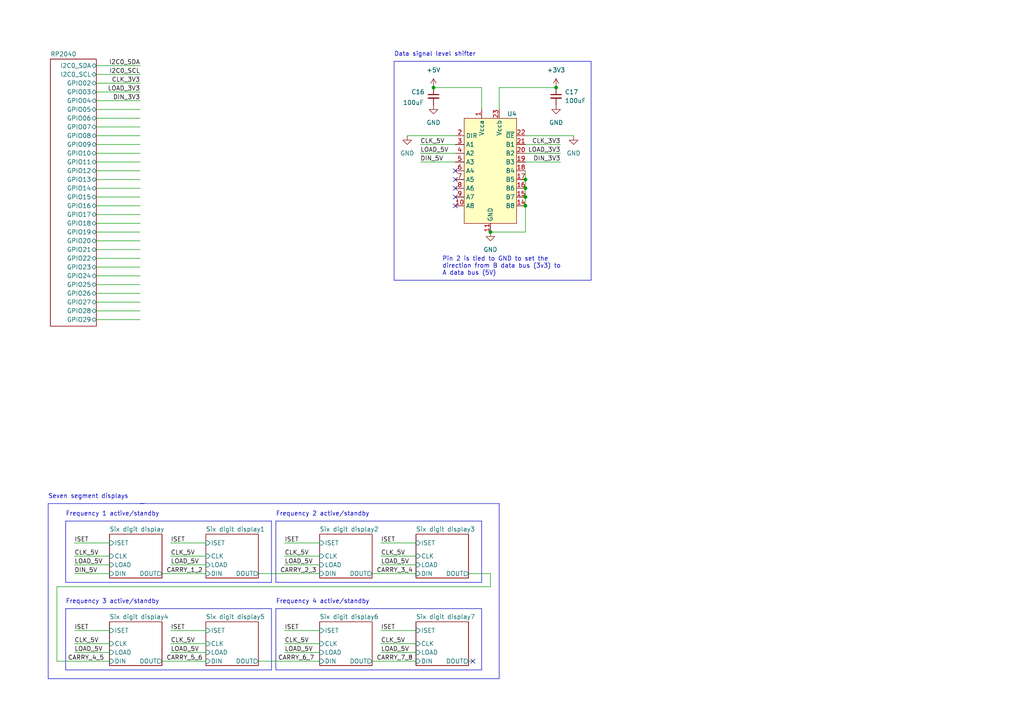
<source format=kicad_sch>
(kicad_sch (version 20230121) (generator eeschema)
  (paper "A4")
  (title_block (date "${DATE}") (rev "${VERSION}"))
  (lib_symbols
    (symbol "Device:C_Small" (pin_numbers hide) (pin_names (offset 0.254) hide)
      (property "Reference" "C" (at 0.254 1.778 0))
      (property "Value" "C_Small" (at 0.254 -2.032 0))
      (symbol "C_Small_0_1"
        (polyline (pts (xy -1.524 -0.508) (xy 1.524 -0.508)) (stroke (width 0.3302)))
        (polyline (pts (xy -1.524 0.508) (xy 1.524 0.508)) (stroke (width 0.3048)))
      )
      (symbol "C_Small_1_1"
        (pin passive line (at 0 2.54 270) (length 2.032) (name "~") (number "1"))
        (pin passive line (at 0 -2.54 90) (length 2.032) (name "~") (number "2"))
      )
    )
    (symbol "SN74LVC4245APWR_1"
      (property "Reference" "U" (at 7.62 16.51 0))
      (property "Value" "SN74LVC4245APWR" (at 0 -27.94 0))
      (symbol "SN74LVC4245APWR_1_0_0"
        (pin power_in line (at -2.54 17.78 270) (length 2.54) (name "Vcca") (number "1"))
        (pin bidirectional line (at -10.16 -10.16 0) (length 2.54) (name "A8") (number "10"))
        (pin power_in line (at 0 -17.78 90) (length 2.54) (name "GND") (number "11"))
        (pin bidirectional line (at 10.16 -10.16 180) (length 2.54) (name "B8") (number "14"))
        (pin bidirectional line (at 10.16 -7.62 180) (length 2.54) (name "B7") (number "15"))
        (pin bidirectional line (at 10.16 -5.08 180) (length 2.54) (name "B6") (number "16"))
        (pin bidirectional line (at 10.16 -2.54 180) (length 2.54) (name "B5") (number "17"))
        (pin bidirectional line (at 10.16 0 180) (length 2.54) (name "B4") (number "18"))
        (pin bidirectional line (at 10.16 2.54 180) (length 2.54) (name "B3") (number "19"))
        (pin input line (at -10.16 10.16 0) (length 2.54) (name "DIR") (number "2"))
        (pin bidirectional line (at 10.16 5.08 180) (length 2.54) (name "B2") (number "20"))
        (pin bidirectional line (at 10.16 7.62 180) (length 2.54) (name "B1") (number "21"))
        (pin power_in line (at 2.54 17.78 270) (length 2.54) (name "Vccb") (number "23"))
        (pin bidirectional line (at -10.16 7.62 0) (length 2.54) (name "A1") (number "3"))
        (pin bidirectional line (at -10.16 5.08 0) (length 2.54) (name "A2") (number "4"))
        (pin bidirectional line (at -10.16 2.54 0) (length 2.54) (name "A3") (number "5"))
        (pin bidirectional line (at -10.16 0 0) (length 2.54) (name "A4") (number "6"))
        (pin bidirectional line (at -10.16 -2.54 0) (length 2.54) (name "A5") (number "7"))
        (pin bidirectional line (at -10.16 -5.08 0) (length 2.54) (name "A6") (number "8"))
        (pin bidirectional line (at -10.16 -7.62 0) (length 2.54) (name "A7") (number "9"))
      )
      (symbol "SN74LVC4245APWR_1_1_0"
        (pin passive line (at 0 -17.78 90) (length 2.54) hide (name "GND") (number "12"))
        (pin passive line (at 0 -17.78 90) (length 2.54) hide (name "GND") (number "13"))
        (pin input line (at 10.16 10.16 180) (length 2.54) (name "~{OE}") (number "22"))
        (pin passive line (at 2.54 17.78 270) (length 2.54) hide (name "Vccb") (number "24"))
      )
      (symbol "SN74LVC4245APWR_1_1_1"
        (rectangle (start -7.62 15.24) (end 7.62 -15.24) (fill (type background)))
      )
    )
    (symbol "SimPanel:SN74LVC4245APWR"
      (property "Reference" "U" (at 7.62 17.78 0))
      (symbol "SN74LVC4245APWR_0_0"
        (pin power_in line (at -1.27 19.05 270) (length 2.54) (name "Vcca") (number "1"))
        (pin bidirectional line (at -10.16 -8.89 0) (length 2.54) (name "A8") (number "10"))
        (pin power_in line (at 0 -16.51 90) (length 2.54) (name "GND") (number "11"))
        (pin bidirectional line (at 10.16 -8.89 180) (length 2.54) (name "B8") (number "14"))
        (pin bidirectional line (at 10.16 -6.35 180) (length 2.54) (name "B7") (number "15"))
        (pin bidirectional line (at 10.16 -3.81 180) (length 2.54) (name "B6") (number "16"))
        (pin bidirectional line (at 10.16 -1.27 180) (length 2.54) (name "B5") (number "17"))
        (pin bidirectional line (at 10.16 1.27 180) (length 2.54) (name "B4") (number "18"))
        (pin bidirectional line (at 10.16 3.81 180) (length 2.54) (name "B3") (number "19"))
        (pin input line (at -10.16 11.43 0) (length 2.54) (name "DIR") (number "2"))
        (pin bidirectional line (at 10.16 6.35 180) (length 2.54) (name "B2") (number "20"))
        (pin bidirectional line (at 10.16 8.89 180) (length 2.54) (name "B1") (number "21"))
        (pin power_in line (at 1.27 19.05 270) (length 2.54) (name "Vccb") (number "23"))
        (pin bidirectional line (at -10.16 8.89 0) (length 2.54) (name "A1") (number "3"))
        (pin bidirectional line (at -10.16 6.35 0) (length 2.54) (name "A2") (number "4"))
        (pin bidirectional line (at -10.16 3.81 0) (length 2.54) (name "A3") (number "5"))
        (pin bidirectional line (at -10.16 1.27 0) (length 2.54) (name "A4") (number "6"))
        (pin bidirectional line (at -10.16 -1.27 0) (length 2.54) (name "A5") (number "7"))
        (pin bidirectional line (at -10.16 -3.81 0) (length 2.54) (name "A6") (number "8"))
        (pin bidirectional line (at -10.16 -6.35 0) (length 2.54) (name "A7") (number "9"))
      )
      (symbol "SN74LVC4245APWR_1_0"
        (pin passive line (at 0 -16.51 90) (length 2.54) hide (name "GND") (number "12"))
        (pin passive line (at 0 -16.51 90) (length 2.54) hide (name "GND") (number "13"))
        (pin bidirectional line (at 10.16 11.43 180) (length 2.54) (name "~{OE}") (number "22"))
        (pin passive line (at 1.27 19.05 270) (length 2.54) hide (name "Vccb") (number "24"))
      )
      (symbol "SN74LVC4245APWR_1_1"
        (rectangle (start -7.62 16.51) (end 7.62 -13.97) (fill (type background)))
      )
    )
    (symbol "power:+3V3" (power) (pin_names (offset 0))
      (property "Value" "+3V3" (at 0 3.556 0))
      (symbol "+3V3_0_1"
        (polyline (pts (xy -0.762 1.27) (xy 0 2.54)))
        (polyline (pts (xy 0 0) (xy 0 2.54)))
        (polyline (pts (xy 0 2.54) (xy 0.762 1.27)))
      )
      (symbol "+3V3_1_1"
        (pin power_in line (at 0 0 90) (length 0) hide (name "+3V3") (number "1"))
      )
    )
    (symbol "power:+5V" (power) (pin_names (offset 0))
      (property "Value" "+5V" (at 0 3.556 0))
      (symbol "+5V_0_1"
        (polyline (pts (xy -0.762 1.27) (xy 0 2.54)))
        (polyline (pts (xy 0 0) (xy 0 2.54)))
        (polyline (pts (xy 0 2.54) (xy 0.762 1.27)))
      )
      (symbol "+5V_1_1"
        (pin power_in line (at 0 0 90) (length 0) hide (name "+5V") (number "1"))
      )
    )
    (symbol "power:GND" (power) (pin_names (offset 0))
      (property "Value" "GND" (at 0 -3.81 0))
      (symbol "GND_0_1"
        (polyline (pts (xy 0 0) (xy 0 -1.27) (xy 1.27 -1.27) (xy 0 -2.54) (xy -1.27 -1.27) (xy 0 -1.27)))
      )
      (symbol "GND_1_1"
        (pin power_in line (at 0 0 270) (length 0) hide (name "GND") (number "1"))
      )
    )
  )
  (junction (at 142.24 67.31))
  (junction (at 152.4 54.61))
  (junction (at 152.4 52.07))
  (junction (at 125.73 25.4))
  (junction (at 152.4 57.15))
  (junction (at 161.29 25.4))
  (junction (at 152.4 59.69))
  (no_connect (at 137.16 191.77))
  (no_connect (at 132.08 59.69))
  (no_connect (at 132.08 57.15))
  (no_connect (at 132.08 52.07))
  (no_connect (at 132.08 49.53))
  (no_connect (at 132.08 54.61))
  (wire (pts (xy 107.95 166.37) (xy 120.65 166.37)))
  (wire (pts (xy 27.94 67.31) (xy 40.64 67.31)))
  (wire (pts (xy 27.94 44.45) (xy 40.64 44.45)))
  (wire (pts (xy 27.94 69.85) (xy 40.64 69.85)))
  (wire (pts (xy 82.55 182.88) (xy 92.71 182.88)))
  (wire (pts (xy 121.92 44.45) (xy 132.08 44.45)))
  (polyline (pts (xy 44.45 151.13) (xy 19.05 151.13)))
  (wire (pts (xy 21.59 157.48) (xy 31.75 157.48)))
  (wire (pts (xy 121.92 41.91) (xy 132.08 41.91)))
  (wire (pts (xy 21.59 166.37) (xy 31.75 166.37)))
  (wire (pts (xy 110.49 182.88) (xy 120.65 182.88)))
  (polyline (pts (xy 44.45 151.13) (xy 78.74 151.13)))
  (wire (pts (xy 144.78 25.4) (xy 161.29 25.4)))
  (polyline (pts (xy 13.97 146.05) (xy 13.97 196.85)))
  (wire (pts (xy 135.89 191.77) (xy 137.16 191.77)))
  (wire (pts (xy 27.94 34.29) (xy 40.64 34.29)))
  (polyline (pts (xy 128.27 17.78) (xy 171.45 17.78)))
  (polyline (pts (xy 144.78 196.85) (xy 144.78 146.05)))
  (wire (pts (xy 16.51 170.18) (xy 16.51 191.77)))
  (polyline (pts (xy 80.01 168.91) (xy 139.7 168.91)))
  (wire (pts (xy 121.92 46.99) (xy 132.08 46.99)))
  (wire (pts (xy 27.94 41.91) (xy 40.64 41.91)))
  (wire (pts (xy 27.94 49.53) (xy 40.64 49.53)))
  (wire (pts (xy 27.94 52.07) (xy 40.64 52.07)))
  (wire (pts (xy 27.94 39.37) (xy 40.64 39.37)))
  (polyline (pts (xy 19.05 194.31) (xy 78.74 194.31)))
  (wire (pts (xy 152.4 57.15) (xy 152.4 59.69)))
  (polyline (pts (xy 78.74 168.91) (xy 78.74 151.13)))
  (wire (pts (xy 21.59 163.83) (xy 31.75 163.83)))
  (wire (pts (xy 152.4 59.69) (xy 152.4 67.31)))
  (wire (pts (xy 27.94 62.23) (xy 40.64 62.23)))
  (polyline (pts (xy 80.01 151.13) (xy 80.01 168.91)))
  (polyline (pts (xy 19.05 151.13) (xy 19.05 168.91)))
  (polyline (pts (xy 80.01 194.31) (xy 139.7 194.31)))
  (wire (pts (xy 21.59 182.88) (xy 31.75 182.88)))
  (wire (pts (xy 27.94 31.75) (xy 40.64 31.75)))
  (wire (pts (xy 110.49 189.23) (xy 120.65 189.23)))
  (wire (pts (xy 27.94 82.55) (xy 40.64 82.55)))
  (polyline (pts (xy 13.97 196.85) (xy 144.78 196.85)))
  (wire (pts (xy 27.94 92.71) (xy 40.64 92.71)))
  (wire (pts (xy 110.49 186.69) (xy 120.65 186.69)))
  (wire (pts (xy 139.7 25.4) (xy 139.7 31.75)))
  (polyline (pts (xy 139.7 168.91) (xy 139.7 151.13)))
  (polyline (pts (xy 105.41 176.53) (xy 80.01 176.53)))
  (wire (pts (xy 27.94 87.63) (xy 40.64 87.63)))
  (wire (pts (xy 49.53 161.29) (xy 59.69 161.29)))
  (wire (pts (xy 27.94 19.05) (xy 40.64 19.05)))
  (wire (pts (xy 152.4 46.99) (xy 162.56 46.99)))
  (wire (pts (xy 27.94 64.77) (xy 40.64 64.77)))
  (wire (pts (xy 49.53 182.88) (xy 59.69 182.88)))
  (wire (pts (xy 142.24 170.18) (xy 16.51 170.18)))
  (polyline (pts (xy 114.3 17.78) (xy 114.3 81.28)))
  (polyline (pts (xy 171.45 81.28) (xy 171.45 17.78)))
  (wire (pts (xy 46.99 191.77) (xy 59.69 191.77)))
  (wire (pts (xy 152.4 41.91) (xy 162.56 41.91)))
  (wire (pts (xy 27.94 85.09) (xy 40.64 85.09)))
  (wire (pts (xy 21.59 186.69) (xy 31.75 186.69)))
  (wire (pts (xy 125.73 25.4) (xy 139.7 25.4)))
  (polyline (pts (xy 114.3 81.28) (xy 171.45 81.28)))
  (wire (pts (xy 74.93 191.77) (xy 92.71 191.77)))
  (wire (pts (xy 27.94 24.13) (xy 40.64 24.13)))
  (wire (pts (xy 152.4 54.61) (xy 152.4 57.15)))
  (wire (pts (xy 82.55 157.48) (xy 92.71 157.48)))
  (polyline (pts (xy 19.05 168.91) (xy 78.74 168.91)))
  (wire (pts (xy 27.94 72.39) (xy 40.64 72.39)))
  (polyline (pts (xy 78.74 194.31) (xy 78.74 176.53)))
  (wire (pts (xy 27.94 59.69) (xy 40.64 59.69)))
  (wire (pts (xy 82.55 186.69) (xy 92.71 186.69)))
  (polyline (pts (xy 44.45 176.53) (xy 78.74 176.53)))
  (wire (pts (xy 27.94 90.17) (xy 40.64 90.17)))
  (wire (pts (xy 27.94 46.99) (xy 40.64 46.99)))
  (wire (pts (xy 152.4 49.53) (xy 152.4 52.07)))
  (wire (pts (xy 27.94 36.83) (xy 40.64 36.83)))
  (polyline (pts (xy 128.27 17.78) (xy 114.3 17.78)))
  (polyline (pts (xy 105.41 151.13) (xy 139.7 151.13)))
  (wire (pts (xy 49.53 189.23) (xy 59.69 189.23)))
  (wire (pts (xy 49.53 163.83) (xy 59.69 163.83)))
  (wire (pts (xy 74.93 166.37) (xy 92.71 166.37)))
  (wire (pts (xy 142.24 166.37) (xy 142.24 170.18)))
  (wire (pts (xy 118.11 39.37) (xy 132.08 39.37)))
  (polyline (pts (xy 19.05 176.53) (xy 19.05 194.31)))
  (wire (pts (xy 21.59 189.23) (xy 31.75 189.23)))
  (wire (pts (xy 152.4 44.45) (xy 162.56 44.45)))
  (wire (pts (xy 144.78 31.75) (xy 144.78 25.4)))
  (wire (pts (xy 46.99 166.37) (xy 59.69 166.37)))
  (wire (pts (xy 82.55 163.83) (xy 92.71 163.83)))
  (wire (pts (xy 27.94 29.21) (xy 40.64 29.21)))
  (wire (pts (xy 142.24 67.31) (xy 152.4 67.31)))
  (wire (pts (xy 49.53 157.48) (xy 59.69 157.48)))
  (wire (pts (xy 27.94 74.93) (xy 40.64 74.93)))
  (wire (pts (xy 152.4 52.07) (xy 152.4 54.61)))
  (wire (pts (xy 49.53 186.69) (xy 59.69 186.69)))
  (wire (pts (xy 110.49 157.48) (xy 120.65 157.48)))
  (wire (pts (xy 110.49 163.83) (xy 120.65 163.83)))
  (wire (pts (xy 152.4 39.37) (xy 166.37 39.37)))
  (wire (pts (xy 27.94 57.15) (xy 40.64 57.15)))
  (wire (pts (xy 16.51 191.77) (xy 31.75 191.77)))
  (wire (pts (xy 27.94 80.01) (xy 40.64 80.01)))
  (polyline (pts (xy 44.45 176.53) (xy 19.05 176.53)))
  (wire (pts (xy 27.94 77.47) (xy 40.64 77.47)))
  (wire (pts (xy 135.89 166.37) (xy 142.24 166.37)))
  (wire (pts (xy 110.49 161.29) (xy 120.65 161.29)))
  (wire (pts (xy 82.55 161.29) (xy 92.71 161.29)))
  (wire (pts (xy 107.95 191.77) (xy 120.65 191.77)))
  (polyline (pts (xy 41.91 146.05) (xy 13.97 146.05)))
  (polyline (pts (xy 80.01 176.53) (xy 80.01 194.31)))
  (wire (pts (xy 82.55 189.23) (xy 92.71 189.23)))
  (wire (pts (xy 27.94 54.61) (xy 40.64 54.61)))
  (wire (pts (xy 27.94 21.59) (xy 40.64 21.59)))
  (wire (pts (xy 27.94 26.67) (xy 40.64 26.67)))
  (polyline (pts (xy 105.41 151.13) (xy 80.01 151.13)))
  (wire (pts (xy 21.59 161.29) (xy 31.75 161.29)))
  (polyline (pts (xy 139.7 194.31) (xy 139.7 176.53)))
  (polyline (pts (xy 105.41 176.53) (xy 139.7 176.53)))
  (polyline (pts (xy 40.64 146.05) (xy 144.78 146.05)))
  (text "Frequency 3 active/standby" (at 19.05 175.26 0) (effects (font (size 1.27 1.27)) (justify left bottom)))
  (text "Pin 2 is tied to GND to set the\ndirection from B data bus (3v3) to\nA data bus (5V)" (at 128.27 80.01 0) (effects (font (size 1.27 1.27)) (justify left bottom)))
  (text "Frequency 2 active/standby" (at 80.01 149.86 0) (effects (font (size 1.27 1.27)) (justify left bottom)))
  (text "Frequency 4 active/standby" (at 80.01 175.26 0) (effects (font (size 1.27 1.27)) (justify left bottom)))
  (text "Data signal level shifter" (at 114.3 16.51 0) (effects (font (size 1.27 1.27)) (justify left bottom)))
  (text "Seven segment displays" (at 13.97 144.78 0) (effects (font (size 1.27 1.27)) (justify left bottom)))
  (text "Frequency 1 active/standby" (at 19.05 149.86 0) (effects (font (size 1.27 1.27)) (justify left bottom)))
  (label "CARRY_7_8" (at 109.22 191.77 0))
  (label "ISET" (at 110.49 182.88 0))
  (label "CLK_5V" (at 49.53 186.69 0))
  (label "ISET" (at 49.53 182.88 0))
  (label "DIN_5V" (at 21.59 166.37 0))
  (label "LOAD_5V" (at 121.92 44.45 0))
  (label "LOAD_5V" (at 21.59 189.23 0))
  (label "CARRY_6_7" (at 80.645 191.77 0))
  (label "ISET" (at 82.55 157.48 0))
  (label "CLK_5V" (at 82.55 186.69 0))
  (label "CLK_5V" (at 21.59 186.69 0))
  (label "DIN_3V3" (at 162.56 46.99 180))
  (label "CLK_5V" (at 49.53 161.29 0))
  (label "CLK_3V3" (at 162.56 41.91 180))
  (label "DIN_5V" (at 121.92 46.99 0))
  (label "LOAD_5V" (at 49.53 189.23 0))
  (label "ISET" (at 49.53 157.48 0))
  (label "LOAD_3V3" (at 40.64 26.67 180))
  (label "ISET" (at 110.49 157.48 0))
  (label "CLK_5V" (at 21.59 161.29 0))
  (label "LOAD_5V" (at 82.55 189.23 0))
  (label "LOAD_5V" (at 49.53 163.83 0))
  (label "CLK_5V" (at 82.55 161.29 0))
  (label "ISET" (at 21.59 157.48 0))
  (label "CLK_3V3" (at 40.64 24.13 180))
  (label "ISET" (at 82.55 182.88 0))
  (label "ISET" (at 21.59 182.88 0))
  (label "CLK_5V" (at 121.92 41.91 0))
  (label "CARRY_4_5" (at 19.685 191.77 0))
  (label "LOAD_3V3" (at 162.56 44.45 180))
  (label "LOAD_5V" (at 82.55 163.83 0))
  (label "LOAD_5V" (at 110.49 189.23 0))
  (label "CLK_5V" (at 110.49 161.29 0))
  (label "CARRY_3_4" (at 109.22 166.37 0))
  (label "DIN_3V3" (at 40.64 29.21 180))
  (label "I2C0_SCL" (at 40.64 21.59 180))
  (label "LOAD_5V" (at 21.59 163.83 0))
  (label "CARRY_5_6" (at 48.26 191.77 0))
  (label "CARRY_1_2" (at 48.26 166.37 0))
  (label "CARRY_2_3" (at 81.28 166.37 0))
  (label "LOAD_5V" (at 110.49 163.83 0))
  (label "I2C0_SDA" (at 40.64 19.05 180))
  (label "CLK_5V" (at 110.49 186.69 0))
  (symbol (lib_id "power:+3V3") (at 161.29 25.4 0) (unit 1)
    (property "Reference" "#PWR04" (effects hide))
    (property "Value" "+3V3" (at 161.29 20.32 0))
  )
  (symbol (lib_id "power:GND") (at 166.37 39.37 0) (unit 1)
    (property "Reference" "#PWR09" (effects hide))
    (property "Value" "GND" (at 166.37 44.45 0))
  )
  (symbol (lib_name "SN74LVC4245APWR_1") (lib_id "SimPanel:SN74LVC4245APWR") (at 142.24 49.53 0) (unit 1)
    (property "Reference" "U4" (at 149.86 33.02 0) (effects (justify right)))
    (property "Value" "SN74LVC4245APWR" (effects hide))
    (property "Footprint" "Package_SO:TSSOP-24_4.4x7.8mm_P0.65mm" (effects hide))
    (property "Datasheet" "https://www.ti.com/general/docs/suppproductinfo.tsp?distId=10&gotoUrl=https%3A%2F%2Fwww.ti.com%2Flit%2Fgpn%2Fsn74lvc4245a" (effects hide))
    (property "LCSC Part #" "C7859" (effects hide))
  )
  (symbol (lib_id "power:GND") (at 125.73 30.48 0) (unit 1)
    (property "Reference" "#PWR08" (effects hide))
    (property "Value" "GND" (at 125.73 35.56 0))
  )
  (symbol (lib_id "power:+5V") (at 125.73 25.4 0) (unit 1)
    (property "Reference" "#PWR03" (effects hide))
    (property "Value" "+5V" (at 125.73 20.32 0))
  )
  (symbol (lib_id "power:GND") (at 161.29 30.48 0) (unit 1)
    (property "Reference" "#PWR027" (effects hide))
    (property "Value" "GND" (at 161.29 35.56 0))
  )
  (symbol (lib_id "Device:C_Small") (at 161.29 27.94 0) (unit 1)
    (property "Reference" "C17" (at 163.83 26.6763 0) (effects (justify left)))
    (property "Value" "100uF" (at 163.83 29.2163 0) (effects (justify left)))
    (property "Footprint" "Custom_Footprints:Perfect_0402" (effects hide))
  )
  (symbol (lib_id "power:GND") (at 142.24 67.31 0) (unit 1)
    (property "Reference" "#PWR06" (effects hide))
    (property "Value" "GND" (at 142.24 72.39 0))
  )
  (symbol (lib_id "Device:C_Small") (at 125.73 27.94 0) (unit 1)
    (property "Reference" "C16" (at 123.19 26.67 0) (effects (justify right)))
    (property "Value" "100uF" (at 116.84 30.48 0) (effects (justify left bottom)))
    (property "Footprint" "Custom_Footprints:Perfect_0402" (effects hide))
  )
  (symbol (lib_id "power:GND") (at 118.11 39.37 0) (unit 1)
    (property "Reference" "#PWR07" (effects hide))
    (property "Value" "GND" (at 118.11 44.45 0))
  )
  (sheet (at 31.75 154.94) (size 15.24 12.7) (stroke (width 0.1524))
    (property "Sheetname" "Six digit display" (at 31.75 154.2284 0) (effects (justify left bottom)))
    (property "Sheetfile" "sixDigitDisplay.kicad_sch" (effects hide))
    (pin "DOUT" output (at 46.99 166.37 0))
    (pin "CLK" input (at 31.75 161.29 180))
    (pin "LOAD" input (at 31.75 163.83 180))
    (pin "DIN" input (at 31.75 166.37 180))
    (pin "ISET" input (at 31.75 157.48 180))
  )
  (sheet (at 14.605 17.145) (size 13.335 77.47) (stroke (width 0.1524))
    (property "Sheetname" "RP2040" (at 14.605 16.4334 0) (effects (justify left bottom)))
    (property "Sheetfile" "RP2040.kicad_sch" (effects hide))
    (pin "GPIO06" bidirectional (at 27.94 34.29 0))
    (pin "GPIO08" bidirectional (at 27.94 39.37 0))
    (pin "GPIO07" bidirectional (at 27.94 36.83 0))
    (pin "GPIO09" bidirectional (at 27.94 41.91 0))
    (pin "GPIO05" bidirectional (at 27.94 31.75 0))
    (pin "GPIO03" bidirectional (at 27.94 26.67 0))
    (pin "GPIO04" bidirectional (at 27.94 29.21 0))
    (pin "GPIO02" bidirectional (at 27.94 24.13 0))
    (pin "GPIO10" bidirectional (at 27.94 44.45 0))
    (pin "GPIO12" bidirectional (at 27.94 49.53 0))
    (pin "GPIO13" bidirectional (at 27.94 52.07 0))
    (pin "GPIO17" bidirectional (at 27.94 62.23 0))
    (pin "GPIO16" bidirectional (at 27.94 59.69 0))
    (pin "GPIO11" bidirectional (at 27.94 46.99 0))
    (pin "GPIO15" bidirectional (at 27.94 57.15 0))
    (pin "GPIO14" bidirectional (at 27.94 54.61 0))
    (pin "GPIO21" bidirectional (at 27.94 72.39 0))
    (pin "GPIO25" bidirectional (at 27.94 82.55 0))
    (pin "GPIO22" bidirectional (at 27.94 74.93 0))
    (pin "GPIO24" bidirectional (at 27.94 80.01 0))
    (pin "GPIO23" bidirectional (at 27.94 77.47 0))
    (pin "GPIO19" bidirectional (at 27.94 67.31 0))
    (pin "GPIO18" bidirectional (at 27.94 64.77 0))
    (pin "GPIO20" bidirectional (at 27.94 69.85 0))
    (pin "GPIO29" bidirectional (at 27.94 92.71 0))
    (pin "GPIO27" bidirectional (at 27.94 87.63 0))
    (pin "GPIO28" bidirectional (at 27.94 90.17 0))
    (pin "GPIO26" bidirectional (at 27.94 85.09 0))
    (pin "I2C0_SDA" bidirectional (at 27.94 19.05 0))
    (pin "I2C0_SCL" bidirectional (at 27.94 21.59 0))
  )
  (sheet (at 59.69 154.94) (size 15.24 12.7) (stroke (width 0.1524))
    (property "Sheetname" "Six digit display1" (at 59.69 154.2284 0) (effects (justify left bottom)))
    (property "Sheetfile" "sixDigitDisplay.kicad_sch" (effects hide))
    (pin "DOUT" output (at 74.93 166.37 0))
    (pin "CLK" input (at 59.69 161.29 180))
    (pin "LOAD" input (at 59.69 163.83 180))
    (pin "DIN" input (at 59.69 166.37 180))
    (pin "ISET" input (at 59.69 157.48 180))
  )
  (sheet (at 92.71 154.94) (size 15.24 12.7) (stroke (width 0.1524))
    (property "Sheetname" "Six digit display2" (at 92.71 154.2284 0) (effects (justify left bottom)))
    (property "Sheetfile" "sixDigitDisplay.kicad_sch" (effects hide))
    (pin "DOUT" output (at 107.95 166.37 0))
    (pin "CLK" input (at 92.71 161.29 180))
    (pin "LOAD" input (at 92.71 163.83 180))
    (pin "DIN" input (at 92.71 166.37 180))
    (pin "ISET" input (at 92.71 157.48 180))
  )
  (sheet (at 120.65 154.94) (size 15.24 12.7) (stroke (width 0.1524))
    (property "Sheetname" "Six digit display3" (at 120.65 154.2284 0) (effects (justify left bottom)))
    (property "Sheetfile" "sixDigitDisplay.kicad_sch" (effects hide))
    (pin "DOUT" output (at 135.89 166.37 0))
    (pin "CLK" input (at 120.65 161.29 180))
    (pin "LOAD" input (at 120.65 163.83 180))
    (pin "DIN" input (at 120.65 166.37 180))
    (pin "ISET" input (at 120.65 157.48 180))
  )
  (sheet (at 31.75 180.34) (size 15.24 12.7) (stroke (width 0.1524))
    (property "Sheetname" "Six digit display4" (at 31.75 179.6284 0) (effects (justify left bottom)))
    (property "Sheetfile" "sixDigitDisplay.kicad_sch" (effects hide))
    (pin "DOUT" output (at 46.99 191.77 0))
    (pin "CLK" input (at 31.75 186.69 180))
    (pin "LOAD" input (at 31.75 189.23 180))
    (pin "DIN" input (at 31.75 191.77 180))
    (pin "ISET" input (at 31.75 182.88 180))
  )
  (sheet (at 120.65 180.34) (size 15.24 12.7) (stroke (width 0.1524))
    (property "Sheetname" "Six digit display7" (at 120.65 179.6284 0) (effects (justify left bottom)))
    (property "Sheetfile" "sixDigitDisplay.kicad_sch" (effects hide))
    (pin "DOUT" output (at 135.89 191.77 0))
    (pin "CLK" input (at 120.65 186.69 180))
    (pin "LOAD" input (at 120.65 189.23 180))
    (pin "DIN" input (at 120.65 191.77 180))
    (pin "ISET" input (at 120.65 182.88 180))
  )
  (sheet (at 92.71 180.34) (size 15.24 12.7) (stroke (width 0.1524))
    (property "Sheetname" "Six digit display6" (at 92.71 179.6284 0) (effects (justify left bottom)))
    (property "Sheetfile" "sixDigitDisplay.kicad_sch" (effects hide))
    (pin "DOUT" output (at 107.95 191.77 0))
    (pin "CLK" input (at 92.71 186.69 180))
    (pin "LOAD" input (at 92.71 189.23 180))
    (pin "DIN" input (at 92.71 191.77 180))
    (pin "ISET" input (at 92.71 182.88 180))
  )
  (sheet (at 59.69 180.34) (size 15.24 12.7) (stroke (width 0.1524))
    (property "Sheetname" "Six digit display5" (at 59.69 179.6284 0) (effects (justify left bottom)))
    (property "Sheetfile" "sixDigitDisplay.kicad_sch" (effects hide))
    (pin "DOUT" output (at 74.93 191.77 0))
    (pin "CLK" input (at 59.69 186.69 180))
    (pin "LOAD" input (at 59.69 189.23 180))
    (pin "DIN" input (at 59.69 191.77 180))
    (pin "ISET" input (at 59.69 182.88 180))
  )
)
</source>
